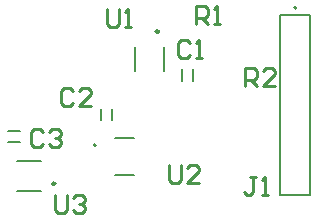
<source format=gto>
G04*
G04 #@! TF.GenerationSoftware,Altium Limited,Altium Designer,23.10.1 (27)*
G04*
G04 Layer_Color=65535*
%FSLAX44Y44*%
%MOMM*%
G71*
G04*
G04 #@! TF.SameCoordinates,C98114AB-1D72-469A-8513-8E5B1E3D2C2F*
G04*
G04*
G04 #@! TF.FilePolarity,Positive*
G04*
G01*
G75*
%ADD10C,0.2500*%
%ADD11C,0.2000*%
%ADD12C,0.1270*%
%ADD13C,0.2540*%
D10*
X78732Y32720D02*
G03*
X78732Y32720I-1250J0D01*
G01*
X166350Y161455D02*
G03*
X166350Y161455I-1250J0D01*
G01*
D11*
X282940Y181760D02*
G03*
X282940Y181760I-1000J0D01*
G01*
X113160Y65380D02*
G03*
X113160Y65380I-1000J0D01*
G01*
X45961Y51720D02*
X66961D01*
X45961Y26720D02*
X66961D01*
X171100Y127685D02*
Y148685D01*
X146100Y127685D02*
Y148685D01*
D12*
X269240Y175260D02*
X294640D01*
X269240Y22860D02*
X294640D01*
Y175260D01*
X269240Y22860D02*
Y175260D01*
X129160Y71480D02*
X145160D01*
X129160Y40280D02*
X145160D01*
X195300Y119460D02*
Y129460D01*
X185700Y119460D02*
Y129460D01*
X117120Y86186D02*
Y96186D01*
X126720Y86186D02*
Y96186D01*
X38942Y67590D02*
X48942D01*
X38942Y77190D02*
X48942D01*
D13*
X78744Y22857D02*
Y10162D01*
X81283Y7623D01*
X86362D01*
X88901Y10162D01*
Y22857D01*
X93979Y20318D02*
X96518Y22857D01*
X101597D01*
X104136Y20318D01*
Y17779D01*
X101597Y15240D01*
X99058D01*
X101597D01*
X104136Y12701D01*
Y10162D01*
X101597Y7623D01*
X96518D01*
X93979Y10162D01*
X175264Y48257D02*
Y35562D01*
X177803Y33022D01*
X182882D01*
X185421Y35562D01*
Y48257D01*
X200656Y33022D02*
X190499D01*
X200656Y43179D01*
Y45718D01*
X198117Y48257D01*
X193038D01*
X190499Y45718D01*
X122685Y180338D02*
Y167642D01*
X125225Y165103D01*
X130303D01*
X132842Y167642D01*
Y180338D01*
X137920Y165103D02*
X142999D01*
X140460D01*
Y180338D01*
X137920Y177798D01*
X239272Y115318D02*
Y130554D01*
X246890D01*
X249429Y128014D01*
Y122936D01*
X246890Y120397D01*
X239272D01*
X244350D02*
X249429Y115318D01*
X264664D02*
X254507D01*
X264664Y125475D01*
Y128014D01*
X262125Y130554D01*
X257046D01*
X254507Y128014D01*
X198123Y167642D02*
Y182878D01*
X205741D01*
X208280Y180338D01*
Y175260D01*
X205741Y172721D01*
X198123D01*
X203202D02*
X208280Y167642D01*
X213358D02*
X218437D01*
X215898D01*
Y182878D01*
X213358Y180338D01*
X248920Y38098D02*
X243842D01*
X246381D01*
Y25402D01*
X243842Y22863D01*
X241303D01*
X238763Y25402D01*
X253998Y22863D02*
X259077D01*
X256538D01*
Y38098D01*
X253998Y35558D01*
X68581Y76198D02*
X66042Y78738D01*
X60963D01*
X58424Y76198D01*
Y66042D01*
X60963Y63502D01*
X66042D01*
X68581Y66042D01*
X73659Y76198D02*
X76198Y78738D01*
X81277D01*
X83816Y76198D01*
Y73659D01*
X81277Y71120D01*
X78738D01*
X81277D01*
X83816Y68581D01*
Y66042D01*
X81277Y63502D01*
X76198D01*
X73659Y66042D01*
X93981Y111504D02*
X91442Y114044D01*
X86363D01*
X83824Y111504D01*
Y101348D01*
X86363Y98808D01*
X91442D01*
X93981Y101348D01*
X109216Y98808D02*
X99059D01*
X109216Y108965D01*
Y111504D01*
X106677Y114044D01*
X101598D01*
X99059Y111504D01*
X192786Y152144D02*
X190247Y154684D01*
X185168D01*
X182629Y152144D01*
Y141988D01*
X185168Y139448D01*
X190247D01*
X192786Y141988D01*
X197864Y139448D02*
X202943D01*
X200404D01*
Y154684D01*
X197864Y152144D01*
M02*

</source>
